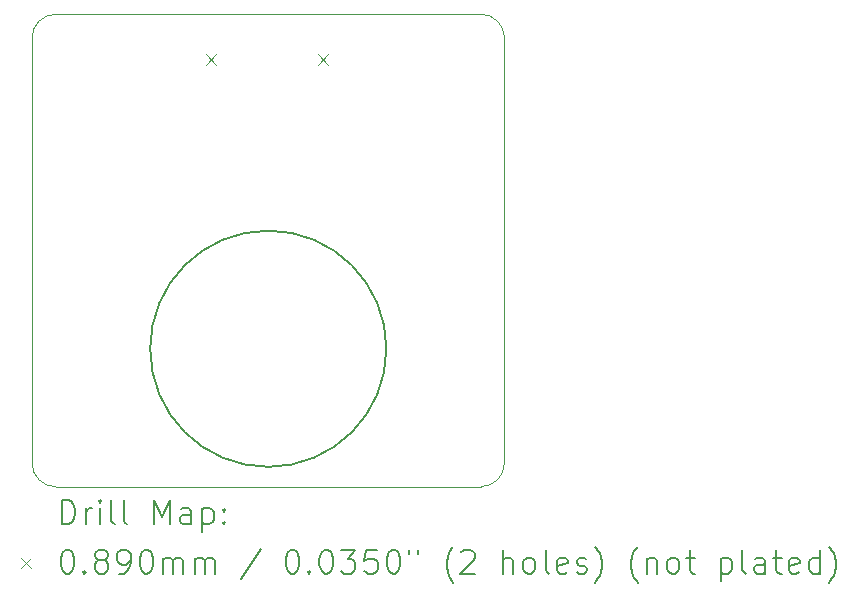
<source format=gbr>
%FSLAX45Y45*%
G04 Gerber Fmt 4.5, Leading zero omitted, Abs format (unit mm)*
G04 Created by KiCad (PCBNEW (6.0.2)) date 2022-09-07 09:28:02*
%MOMM*%
%LPD*%
G01*
G04 APERTURE LIST*
%TA.AperFunction,Profile*%
%ADD10C,0.100000*%
%TD*%
%TA.AperFunction,Profile*%
%ADD11C,0.200000*%
%TD*%
%ADD12C,0.200000*%
%ADD13C,0.089000*%
G04 APERTURE END LIST*
D10*
X-2000000Y4975000D02*
X-2000000Y1375000D01*
D11*
X1000000Y2343017D02*
G75*
G03*
X1000000Y2343017I-1000000J0D01*
G01*
D10*
X-1800000Y5175000D02*
G75*
G03*
X-2000000Y4975000I0J-200000D01*
G01*
X1800000Y1175000D02*
G75*
G03*
X2000000Y1375000I0J200000D01*
G01*
X-2000000Y1375000D02*
G75*
G03*
X-1800000Y1175000I200000J0D01*
G01*
X-1800000Y1175000D02*
X1800000Y1175000D01*
X2000000Y1375000D02*
X2000000Y4975000D01*
X1800000Y5175000D02*
X-1800000Y5175000D01*
X2000000Y4975000D02*
G75*
G03*
X1800000Y5175000I-200000J0D01*
G01*
D12*
D13*
X-529500Y4834500D02*
X-440500Y4745500D01*
X-440500Y4834500D02*
X-529500Y4745500D01*
X420500Y4834500D02*
X509500Y4745500D01*
X509500Y4834500D02*
X420500Y4745500D01*
D12*
X-1747381Y859524D02*
X-1747381Y1059524D01*
X-1699762Y1059524D01*
X-1671190Y1050000D01*
X-1652143Y1030952D01*
X-1642619Y1011905D01*
X-1633095Y973810D01*
X-1633095Y945238D01*
X-1642619Y907143D01*
X-1652143Y888095D01*
X-1671190Y869048D01*
X-1699762Y859524D01*
X-1747381Y859524D01*
X-1547381Y859524D02*
X-1547381Y992857D01*
X-1547381Y954762D02*
X-1537857Y973810D01*
X-1528333Y983333D01*
X-1509286Y992857D01*
X-1490238Y992857D01*
X-1423571Y859524D02*
X-1423571Y992857D01*
X-1423571Y1059524D02*
X-1433095Y1050000D01*
X-1423571Y1040476D01*
X-1414048Y1050000D01*
X-1423571Y1059524D01*
X-1423571Y1040476D01*
X-1299762Y859524D02*
X-1318810Y869048D01*
X-1328333Y888095D01*
X-1328333Y1059524D01*
X-1195000Y859524D02*
X-1214048Y869048D01*
X-1223572Y888095D01*
X-1223572Y1059524D01*
X-966429Y859524D02*
X-966429Y1059524D01*
X-899762Y916667D01*
X-833095Y1059524D01*
X-833095Y859524D01*
X-652143Y859524D02*
X-652143Y964286D01*
X-661667Y983333D01*
X-680714Y992857D01*
X-718810Y992857D01*
X-737857Y983333D01*
X-652143Y869048D02*
X-671191Y859524D01*
X-718810Y859524D01*
X-737857Y869048D01*
X-747381Y888095D01*
X-747381Y907143D01*
X-737857Y926190D01*
X-718810Y935714D01*
X-671191Y935714D01*
X-652143Y945238D01*
X-556905Y992857D02*
X-556905Y792857D01*
X-556905Y983333D02*
X-537857Y992857D01*
X-499762Y992857D01*
X-480714Y983333D01*
X-471190Y973810D01*
X-461667Y954762D01*
X-461667Y897619D01*
X-471190Y878571D01*
X-480714Y869048D01*
X-499762Y859524D01*
X-537857Y859524D01*
X-556905Y869048D01*
X-375952Y878571D02*
X-366429Y869048D01*
X-375952Y859524D01*
X-385476Y869048D01*
X-375952Y878571D01*
X-375952Y859524D01*
X-375952Y983333D02*
X-366429Y973810D01*
X-375952Y964286D01*
X-385476Y973810D01*
X-375952Y983333D01*
X-375952Y964286D01*
D13*
X-2094000Y574500D02*
X-2005000Y485500D01*
X-2005000Y574500D02*
X-2094000Y485500D01*
D12*
X-1709286Y639524D02*
X-1690238Y639524D01*
X-1671190Y630000D01*
X-1661667Y620476D01*
X-1652143Y601429D01*
X-1642619Y563333D01*
X-1642619Y515714D01*
X-1652143Y477619D01*
X-1661667Y458571D01*
X-1671190Y449048D01*
X-1690238Y439524D01*
X-1709286Y439524D01*
X-1728333Y449048D01*
X-1737857Y458571D01*
X-1747381Y477619D01*
X-1756905Y515714D01*
X-1756905Y563333D01*
X-1747381Y601429D01*
X-1737857Y620476D01*
X-1728333Y630000D01*
X-1709286Y639524D01*
X-1556905Y458571D02*
X-1547381Y449048D01*
X-1556905Y439524D01*
X-1566429Y449048D01*
X-1556905Y458571D01*
X-1556905Y439524D01*
X-1433095Y553810D02*
X-1452143Y563333D01*
X-1461667Y572857D01*
X-1471190Y591905D01*
X-1471190Y601429D01*
X-1461667Y620476D01*
X-1452143Y630000D01*
X-1433095Y639524D01*
X-1395000Y639524D01*
X-1375952Y630000D01*
X-1366429Y620476D01*
X-1356905Y601429D01*
X-1356905Y591905D01*
X-1366429Y572857D01*
X-1375952Y563333D01*
X-1395000Y553810D01*
X-1433095Y553810D01*
X-1452143Y544286D01*
X-1461667Y534762D01*
X-1471190Y515714D01*
X-1471190Y477619D01*
X-1461667Y458571D01*
X-1452143Y449048D01*
X-1433095Y439524D01*
X-1395000Y439524D01*
X-1375952Y449048D01*
X-1366429Y458571D01*
X-1356905Y477619D01*
X-1356905Y515714D01*
X-1366429Y534762D01*
X-1375952Y544286D01*
X-1395000Y553810D01*
X-1261667Y439524D02*
X-1223572Y439524D01*
X-1204524Y449048D01*
X-1195000Y458571D01*
X-1175952Y487143D01*
X-1166429Y525238D01*
X-1166429Y601429D01*
X-1175952Y620476D01*
X-1185476Y630000D01*
X-1204524Y639524D01*
X-1242619Y639524D01*
X-1261667Y630000D01*
X-1271191Y620476D01*
X-1280714Y601429D01*
X-1280714Y553810D01*
X-1271191Y534762D01*
X-1261667Y525238D01*
X-1242619Y515714D01*
X-1204524Y515714D01*
X-1185476Y525238D01*
X-1175952Y534762D01*
X-1166429Y553810D01*
X-1042619Y639524D02*
X-1023571Y639524D01*
X-1004524Y630000D01*
X-995000Y620476D01*
X-985476Y601429D01*
X-975952Y563333D01*
X-975952Y515714D01*
X-985476Y477619D01*
X-995000Y458571D01*
X-1004524Y449048D01*
X-1023571Y439524D01*
X-1042619Y439524D01*
X-1061667Y449048D01*
X-1071191Y458571D01*
X-1080714Y477619D01*
X-1090238Y515714D01*
X-1090238Y563333D01*
X-1080714Y601429D01*
X-1071191Y620476D01*
X-1061667Y630000D01*
X-1042619Y639524D01*
X-890238Y439524D02*
X-890238Y572857D01*
X-890238Y553810D02*
X-880714Y563333D01*
X-861667Y572857D01*
X-833095Y572857D01*
X-814048Y563333D01*
X-804524Y544286D01*
X-804524Y439524D01*
X-804524Y544286D02*
X-795000Y563333D01*
X-775952Y572857D01*
X-747381Y572857D01*
X-728333Y563333D01*
X-718810Y544286D01*
X-718810Y439524D01*
X-623572Y439524D02*
X-623572Y572857D01*
X-623572Y553810D02*
X-614048Y563333D01*
X-595000Y572857D01*
X-566429Y572857D01*
X-547381Y563333D01*
X-537857Y544286D01*
X-537857Y439524D01*
X-537857Y544286D02*
X-528333Y563333D01*
X-509286Y572857D01*
X-480714Y572857D01*
X-461667Y563333D01*
X-452143Y544286D01*
X-452143Y439524D01*
X-61667Y649048D02*
X-233095Y391905D01*
X195476Y639524D02*
X214524Y639524D01*
X233571Y630000D01*
X243095Y620476D01*
X252619Y601429D01*
X262143Y563333D01*
X262143Y515714D01*
X252619Y477619D01*
X243095Y458571D01*
X233571Y449048D01*
X214524Y439524D01*
X195476Y439524D01*
X176428Y449048D01*
X166905Y458571D01*
X157381Y477619D01*
X147857Y515714D01*
X147857Y563333D01*
X157381Y601429D01*
X166905Y620476D01*
X176428Y630000D01*
X195476Y639524D01*
X347857Y458571D02*
X357381Y449048D01*
X347857Y439524D01*
X338333Y449048D01*
X347857Y458571D01*
X347857Y439524D01*
X481190Y639524D02*
X500238Y639524D01*
X519286Y630000D01*
X528810Y620476D01*
X538333Y601429D01*
X547857Y563333D01*
X547857Y515714D01*
X538333Y477619D01*
X528810Y458571D01*
X519286Y449048D01*
X500238Y439524D01*
X481190Y439524D01*
X462143Y449048D01*
X452619Y458571D01*
X443095Y477619D01*
X433571Y515714D01*
X433571Y563333D01*
X443095Y601429D01*
X452619Y620476D01*
X462143Y630000D01*
X481190Y639524D01*
X614524Y639524D02*
X738333Y639524D01*
X671667Y563333D01*
X700238Y563333D01*
X719286Y553810D01*
X728809Y544286D01*
X738333Y525238D01*
X738333Y477619D01*
X728809Y458571D01*
X719286Y449048D01*
X700238Y439524D01*
X643095Y439524D01*
X624048Y449048D01*
X614524Y458571D01*
X919286Y639524D02*
X824048Y639524D01*
X814524Y544286D01*
X824048Y553810D01*
X843095Y563333D01*
X890714Y563333D01*
X909762Y553810D01*
X919286Y544286D01*
X928809Y525238D01*
X928809Y477619D01*
X919286Y458571D01*
X909762Y449048D01*
X890714Y439524D01*
X843095Y439524D01*
X824048Y449048D01*
X814524Y458571D01*
X1052619Y639524D02*
X1071667Y639524D01*
X1090714Y630000D01*
X1100238Y620476D01*
X1109762Y601429D01*
X1119286Y563333D01*
X1119286Y515714D01*
X1109762Y477619D01*
X1100238Y458571D01*
X1090714Y449048D01*
X1071667Y439524D01*
X1052619Y439524D01*
X1033571Y449048D01*
X1024048Y458571D01*
X1014524Y477619D01*
X1005000Y515714D01*
X1005000Y563333D01*
X1014524Y601429D01*
X1024048Y620476D01*
X1033571Y630000D01*
X1052619Y639524D01*
X1195476Y639524D02*
X1195476Y601429D01*
X1271667Y639524D02*
X1271667Y601429D01*
X1566905Y363333D02*
X1557381Y372857D01*
X1538333Y401429D01*
X1528809Y420476D01*
X1519286Y449048D01*
X1509762Y496667D01*
X1509762Y534762D01*
X1519286Y582381D01*
X1528809Y610952D01*
X1538333Y630000D01*
X1557381Y658572D01*
X1566905Y668095D01*
X1633571Y620476D02*
X1643095Y630000D01*
X1662143Y639524D01*
X1709762Y639524D01*
X1728809Y630000D01*
X1738333Y620476D01*
X1747857Y601429D01*
X1747857Y582381D01*
X1738333Y553810D01*
X1624048Y439524D01*
X1747857Y439524D01*
X1985952Y439524D02*
X1985952Y639524D01*
X2071667Y439524D02*
X2071667Y544286D01*
X2062143Y563333D01*
X2043095Y572857D01*
X2014524Y572857D01*
X1995476Y563333D01*
X1985952Y553810D01*
X2195476Y439524D02*
X2176429Y449048D01*
X2166905Y458571D01*
X2157381Y477619D01*
X2157381Y534762D01*
X2166905Y553810D01*
X2176429Y563333D01*
X2195476Y572857D01*
X2224048Y572857D01*
X2243095Y563333D01*
X2252619Y553810D01*
X2262143Y534762D01*
X2262143Y477619D01*
X2252619Y458571D01*
X2243095Y449048D01*
X2224048Y439524D01*
X2195476Y439524D01*
X2376429Y439524D02*
X2357381Y449048D01*
X2347857Y468095D01*
X2347857Y639524D01*
X2528810Y449048D02*
X2509762Y439524D01*
X2471667Y439524D01*
X2452619Y449048D01*
X2443095Y468095D01*
X2443095Y544286D01*
X2452619Y563333D01*
X2471667Y572857D01*
X2509762Y572857D01*
X2528810Y563333D01*
X2538333Y544286D01*
X2538333Y525238D01*
X2443095Y506190D01*
X2614524Y449048D02*
X2633571Y439524D01*
X2671667Y439524D01*
X2690714Y449048D01*
X2700238Y468095D01*
X2700238Y477619D01*
X2690714Y496667D01*
X2671667Y506190D01*
X2643095Y506190D01*
X2624048Y515714D01*
X2614524Y534762D01*
X2614524Y544286D01*
X2624048Y563333D01*
X2643095Y572857D01*
X2671667Y572857D01*
X2690714Y563333D01*
X2766905Y363333D02*
X2776429Y372857D01*
X2795476Y401429D01*
X2805000Y420476D01*
X2814524Y449048D01*
X2824048Y496667D01*
X2824048Y534762D01*
X2814524Y582381D01*
X2805000Y610952D01*
X2795476Y630000D01*
X2776429Y658572D01*
X2766905Y668095D01*
X3128809Y363333D02*
X3119286Y372857D01*
X3100238Y401429D01*
X3090714Y420476D01*
X3081190Y449048D01*
X3071667Y496667D01*
X3071667Y534762D01*
X3081190Y582381D01*
X3090714Y610952D01*
X3100238Y630000D01*
X3119286Y658572D01*
X3128809Y668095D01*
X3205000Y572857D02*
X3205000Y439524D01*
X3205000Y553810D02*
X3214524Y563333D01*
X3233571Y572857D01*
X3262143Y572857D01*
X3281190Y563333D01*
X3290714Y544286D01*
X3290714Y439524D01*
X3414524Y439524D02*
X3395476Y449048D01*
X3385952Y458571D01*
X3376428Y477619D01*
X3376428Y534762D01*
X3385952Y553810D01*
X3395476Y563333D01*
X3414524Y572857D01*
X3443095Y572857D01*
X3462143Y563333D01*
X3471667Y553810D01*
X3481190Y534762D01*
X3481190Y477619D01*
X3471667Y458571D01*
X3462143Y449048D01*
X3443095Y439524D01*
X3414524Y439524D01*
X3538333Y572857D02*
X3614524Y572857D01*
X3566905Y639524D02*
X3566905Y468095D01*
X3576428Y449048D01*
X3595476Y439524D01*
X3614524Y439524D01*
X3833571Y572857D02*
X3833571Y372857D01*
X3833571Y563333D02*
X3852619Y572857D01*
X3890714Y572857D01*
X3909762Y563333D01*
X3919286Y553810D01*
X3928809Y534762D01*
X3928809Y477619D01*
X3919286Y458571D01*
X3909762Y449048D01*
X3890714Y439524D01*
X3852619Y439524D01*
X3833571Y449048D01*
X4043095Y439524D02*
X4024048Y449048D01*
X4014524Y468095D01*
X4014524Y639524D01*
X4205000Y439524D02*
X4205000Y544286D01*
X4195476Y563333D01*
X4176428Y572857D01*
X4138333Y572857D01*
X4119286Y563333D01*
X4205000Y449048D02*
X4185952Y439524D01*
X4138333Y439524D01*
X4119286Y449048D01*
X4109762Y468095D01*
X4109762Y487143D01*
X4119286Y506190D01*
X4138333Y515714D01*
X4185952Y515714D01*
X4205000Y525238D01*
X4271667Y572857D02*
X4347857Y572857D01*
X4300238Y639524D02*
X4300238Y468095D01*
X4309762Y449048D01*
X4328810Y439524D01*
X4347857Y439524D01*
X4490714Y449048D02*
X4471667Y439524D01*
X4433571Y439524D01*
X4414524Y449048D01*
X4405000Y468095D01*
X4405000Y544286D01*
X4414524Y563333D01*
X4433571Y572857D01*
X4471667Y572857D01*
X4490714Y563333D01*
X4500238Y544286D01*
X4500238Y525238D01*
X4405000Y506190D01*
X4671667Y439524D02*
X4671667Y639524D01*
X4671667Y449048D02*
X4652619Y439524D01*
X4614524Y439524D01*
X4595476Y449048D01*
X4585952Y458571D01*
X4576429Y477619D01*
X4576429Y534762D01*
X4585952Y553810D01*
X4595476Y563333D01*
X4614524Y572857D01*
X4652619Y572857D01*
X4671667Y563333D01*
X4747857Y363333D02*
X4757381Y372857D01*
X4776429Y401429D01*
X4785952Y420476D01*
X4795476Y449048D01*
X4805000Y496667D01*
X4805000Y534762D01*
X4795476Y582381D01*
X4785952Y610952D01*
X4776429Y630000D01*
X4757381Y658572D01*
X4747857Y668095D01*
M02*

</source>
